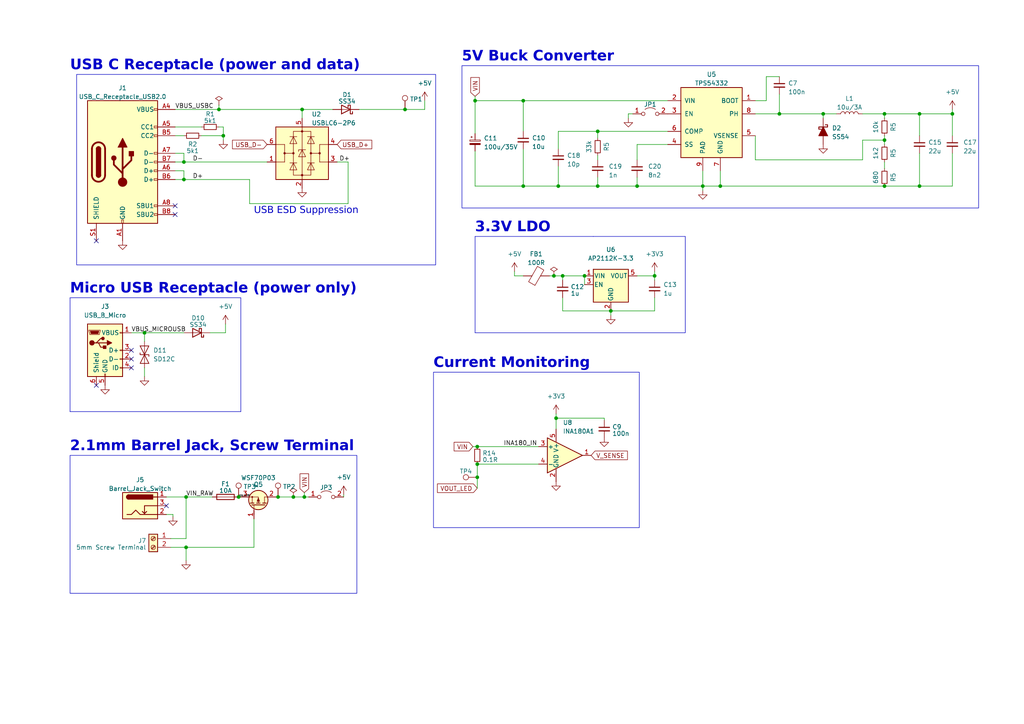
<source format=kicad_sch>
(kicad_sch (version 20230121) (generator eeschema)
  (paper "A4")
  (title_block (title "LuminX PWM") (date "2023-11-17") (rev "1.1") (company "Michael Gross") (comment 1 "General purpose PWM LED Driver Board"))
  (lib_symbols
    (symbol "Amplifier_Current:INA180A1" (pin_names (offset 0.127))
      (property "Reference" "U" (at 3.81 3.81 0))
      (property "Value" "INA180A1" (at 3.81 -2.54 0))
      (symbol "INA180A1_0_1"
        (polyline (pts (xy 5.08 0) (xy -5.08 5.08) (xy -5.08 -5.08) (xy 5.08 0)) (stroke (width 0.254)) (fill (type background)))
      )
      (symbol "INA180A1_1_1"
        (pin output line (at 7.62 0 180) (length 2.54) (name "~") (number "1"))
        (pin power_in line (at -2.54 -7.62 90) (length 3.81) (name "GND") (number "2"))
        (pin input line (at -7.62 2.54 0) (length 2.54) (name "+") (number "3"))
        (pin input line (at -7.62 -2.54 0) (length 2.54) (name "-") (number "4"))
        (pin power_in line (at -2.54 7.62 270) (length 3.81) (name "V+") (number "5"))
      )
    )
    (symbol "Connector:Barrel_Jack_Switch" (pin_names hide)
      (property "Reference" "J" (at 0 5.334 0))
      (property "Value" "Barrel_Jack_Switch" (at 0 -5.08 0))
      (symbol "Barrel_Jack_Switch_0_1"
        (rectangle (start -5.08 3.81) (end 5.08 -3.81) (stroke (width 0.254)) (fill (type background)))
        (arc (start -3.302 3.175) (mid -3.9343 2.54) (end -3.302 1.905) (stroke (width 0.254)))
        (arc (start -3.302 3.175) (mid -3.9343 2.54) (end -3.302 1.905) (stroke (width 0.254)) (fill (type outline)))
        (polyline (pts (xy 1.27 -2.286) (xy 1.905 -1.651)) (stroke (width 0.254)))
        (polyline (pts (xy 5.08 2.54) (xy 3.81 2.54)) (stroke (width 0.254)))
        (polyline (pts (xy 5.08 0) (xy 1.27 0) (xy 1.27 -2.286) (xy 0.635 -1.651)) (stroke (width 0.254)))
        (polyline (pts (xy -3.81 -2.54) (xy -2.54 -2.54) (xy -1.27 -1.27) (xy 0 -2.54) (xy 2.54 -2.54) (xy 5.08 -2.54)) (stroke (width 0.254)))
        (rectangle (start 3.683 3.175) (end -3.302 1.905) (stroke (width 0.254)) (fill (type outline)))
      )
      (symbol "Barrel_Jack_Switch_1_1"
        (pin passive line (at 7.62 2.54 180) (length 2.54) (name "~") (number "1"))
        (pin passive line (at 7.62 -2.54 180) (length 2.54) (name "~") (number "2"))
        (pin passive line (at 7.62 0 180) (length 2.54) (name "~") (number "3"))
      )
    )
    (symbol "Connector:Screw_Terminal_01x02" (pin_names (offset 1.016) hide)
      (property "Reference" "J" (at 0 2.54 0))
      (property "Value" "Screw_Terminal_01x02" (at 0 -5.08 0))
      (symbol "Screw_Terminal_01x02_1_1"
        (rectangle (start -1.27 1.27) (end 1.27 -3.81) (stroke (width 0.254)) (fill (type background)))
        (circle (center 0 -2.54) (radius 0.635) (stroke (width 0.1524)))
        (polyline (pts (xy -0.5334 -2.2098) (xy 0.3302 -3.048)) (stroke (width 0.1524)))
        (polyline (pts (xy -0.5334 0.3302) (xy 0.3302 -0.508)) (stroke (width 0.1524)))
        (polyline (pts (xy -0.3556 -2.032) (xy 0.508 -2.8702)) (stroke (width 0.1524)))
        (polyline (pts (xy -0.3556 0.508) (xy 0.508 -0.3302)) (stroke (width 0.1524)))
        (circle (center 0 0) (radius 0.635) (stroke (width 0.1524)))
        (pin passive line (at -5.08 0 0) (length 3.81) (name "Pin_1") (number "1"))
        (pin passive line (at -5.08 -2.54 0) (length 3.81) (name "Pin_2") (number "2"))
      )
    )
    (symbol "Connector:TestPoint" (pin_numbers hide) (pin_names (offset 0.762) hide)
      (property "Reference" "TP" (at 0 6.858 0))
      (property "Value" "TestPoint" (at 0 5.08 0))
      (symbol "TestPoint_0_1"
        (circle (center 0 3.302) (radius 0.762))
      )
      (symbol "TestPoint_1_1"
        (pin passive line (at 0 0 90) (length 2.54) (name "1") (number "1"))
      )
    )
    (symbol "Connector:USB_B_Micro" (pin_names (offset 1.016))
      (property "Reference" "J" (at -5.08 11.43 0))
      (property "Value" "USB_B_Micro" (at -5.08 8.89 0))
      (symbol "USB_B_Micro_0_1"
        (rectangle (start -5.08 -7.62) (end 5.08 7.62) (stroke (width 0.254)) (fill (type background)))
        (circle (center -3.81 2.159) (radius 0.635) (stroke (width 0.254)) (fill (type outline)))
        (circle (center -0.635 3.429) (radius 0.381) (stroke (width 0.254)) (fill (type outline)))
        (rectangle (start -0.127 -7.62) (end 0.127 -6.858))
        (polyline (pts (xy -1.905 2.159) (xy 0.635 2.159)) (stroke (width 0.254)))
        (polyline (pts (xy -3.175 2.159) (xy -2.54 2.159) (xy -1.27 3.429) (xy -0.635 3.429)) (stroke (width 0.254)))
        (polyline (pts (xy -2.54 2.159) (xy -1.905 2.159) (xy -1.27 0.889) (xy 0 0.889)) (stroke (width 0.254)))
        (polyline (pts (xy 0.635 2.794) (xy 0.635 1.524) (xy 1.905 2.159) (xy 0.635 2.794)) (stroke (width 0.254)) (fill (type outline)))
        (polyline (pts (xy -4.318 5.588) (xy -1.778 5.588) (xy -2.032 4.826) (xy -4.064 4.826) (xy -4.318 5.588)) (fill (type outline)))
        (polyline (pts (xy -4.699 5.842) (xy -4.699 5.588) (xy -4.445 4.826) (xy -4.445 4.572) (xy -1.651 4.572) (xy -1.651 4.826) (xy -1.397 5.588) (xy -1.397 5.842) (xy -4.699 5.842)))
        (rectangle (start 0.254 1.27) (end -0.508 0.508) (stroke (width 0.254)) (fill (type outline)))
        (rectangle (start 5.08 -5.207) (end 4.318 -4.953))
        (rectangle (start 5.08 -2.667) (end 4.318 -2.413))
        (rectangle (start 5.08 -0.127) (end 4.318 0.127))
        (rectangle (start 5.08 4.953) (end 4.318 5.207))
      )
      (symbol "USB_B_Micro_1_1"
        (pin power_out line (at 7.62 5.08 180) (length 2.54) (name "VBUS") (number "1"))
        (pin bidirectional line (at 7.62 -2.54 180) (length 2.54) (name "D-") (number "2"))
        (pin bidirectional line (at 7.62 0 180) (length 2.54) (name "D+") (number "3"))
        (pin passive line (at 7.62 -5.08 180) (length 2.54) (name "ID") (number "4"))
        (pin power_out line (at 0 -10.16 90) (length 2.54) (name "GND") (number "5"))
        (pin passive line (at -2.54 -10.16 90) (length 2.54) (name "Shield") (number "6"))
      )
    )
    (symbol "Connector:USB_C_Receptacle_USB2.0" (pin_names (offset 1.016))
      (property "Reference" "J" (at -10.16 19.05 0))
      (property "Value" "USB_C_Receptacle_USB2.0" (at 19.05 19.05 0))
      (symbol "USB_C_Receptacle_USB2.0_0_0"
        (rectangle (start -0.254 -17.78) (end 0.254 -16.764))
        (rectangle (start 10.16 -14.986) (end 9.144 -15.494))
        (rectangle (start 10.16 -12.446) (end 9.144 -12.954))
        (rectangle (start 10.16 -4.826) (end 9.144 -5.334))
        (rectangle (start 10.16 -2.286) (end 9.144 -2.794))
        (rectangle (start 10.16 0.254) (end 9.144 -0.254))
        (rectangle (start 10.16 2.794) (end 9.144 2.286))
        (rectangle (start 10.16 7.874) (end 9.144 7.366))
        (rectangle (start 10.16 10.414) (end 9.144 9.906))
        (rectangle (start 10.16 15.494) (end 9.144 14.986))
      )
      (symbol "USB_C_Receptacle_USB2.0_0_1"
        (rectangle (start -10.16 17.78) (end 10.16 -17.78) (stroke (width 0.254)) (fill (type background)))
        (arc (start -8.89 -3.81) (mid -6.985 -5.7067) (end -5.08 -3.81) (stroke (width 0.508)))
        (arc (start -7.62 -3.81) (mid -6.985 -4.4423) (end -6.35 -3.81) (stroke (width 0.254)))
        (arc (start -7.62 -3.81) (mid -6.985 -4.4423) (end -6.35 -3.81) (stroke (width 0.254)) (fill (type outline)))
        (rectangle (start -7.62 -3.81) (end -6.35 3.81) (stroke (width 0.254)) (fill (type outline)))
        (arc (start -6.35 3.81) (mid -6.985 4.4423) (end -7.62 3.81) (stroke (width 0.254)))
        (arc (start -6.35 3.81) (mid -6.985 4.4423) (end -7.62 3.81) (stroke (width 0.254)) (fill (type outline)))
        (arc (start -5.08 3.81) (mid -6.985 5.7067) (end -8.89 3.81) (stroke (width 0.508)))
        (circle (center -2.54 1.143) (radius 0.635) (stroke (width 0.254)) (fill (type outline)))
        (circle (center 0 -5.842) (radius 1.27) (fill (type outline)))
        (polyline (pts (xy -8.89 -3.81) (xy -8.89 3.81)) (stroke (width 0.508)))
        (polyline (pts (xy -5.08 3.81) (xy -5.08 -3.81)) (stroke (width 0.508)))
        (polyline (pts (xy 0 -5.842) (xy 0 4.318)) (stroke (width 0.508)))
        (polyline (pts (xy 0 -3.302) (xy -2.54 -0.762) (xy -2.54 0.508)) (stroke (width 0.508)))
        (polyline (pts (xy 0 -2.032) (xy 2.54 0.508) (xy 2.54 1.778)) (stroke (width 0.508)))
        (polyline (pts (xy -1.27 4.318) (xy 0 6.858) (xy 1.27 4.318) (xy -1.27 4.318)) (stroke (width 0.254)) (fill (type outline)))
        (rectangle (start 1.905 1.778) (end 3.175 3.048) (stroke (width 0.254)) (fill (type outline)))
      )
      (symbol "USB_C_Receptacle_USB2.0_1_1"
        (pin passive line (at 0 -22.86 90) (length 5.08) (name "GND") (number "A1"))
        (pin passive line (at 0 -22.86 90) (length 5.08) hide (name "GND") (number "A12"))
        (pin passive line (at 15.24 15.24 180) (length 5.08) (name "VBUS") (number "A4"))
        (pin bidirectional line (at 15.24 10.16 180) (length 5.08) (name "CC1") (number "A5"))
        (pin bidirectional line (at 15.24 -2.54 180) (length 5.08) (name "D+") (number "A6"))
        (pin bidirectional line (at 15.24 2.54 180) (length 5.08) (name "D-") (number "A7"))
        (pin bidirectional line (at 15.24 -12.7 180) (length 5.08) (name "SBU1") (number "A8"))
        (pin passive line (at 15.24 15.24 180) (length 5.08) hide (name "VBUS") (number "A9"))
        (pin passive line (at 0 -22.86 90) (length 5.08) hide (name "GND") (number "B1"))
        (pin passive line (at 0 -22.86 90) (length 5.08) hide (name "GND") (number "B12"))
        (pin passive line (at 15.24 15.24 180) (length 5.08) hide (name "VBUS") (number "B4"))
        (pin bidirectional line (at 15.24 7.62 180) (length 5.08) (name "CC2") (number "B5"))
        (pin bidirectional line (at 15.24 -5.08 180) (length 5.08) (name "D+") (number "B6"))
        (pin bidirectional line (at 15.24 0 180) (length 5.08) (name "D-") (number "B7"))
        (pin bidirectional line (at 15.24 -15.24 180) (length 5.08) (name "SBU2") (number "B8"))
        (pin passive line (at 15.24 15.24 180) (length 5.08) hide (name "VBUS") (number "B9"))
        (pin passive line (at -7.62 -22.86 90) (length 5.08) (name "SHIELD") (number "S1"))
      )
    )
    (symbol "Device:C_Polarized_Small" (pin_numbers hide) (pin_names (offset 0.254) hide)
      (property "Reference" "C" (at 0.254 1.778 0))
      (property "Value" "C_Polarized_Small" (at 0.254 -2.032 0))
      (symbol "C_Polarized_Small_0_1"
        (rectangle (start -1.524 -0.3048) (end 1.524 -0.6858) (fill (type outline)))
        (rectangle (start -1.524 0.6858) (end 1.524 0.3048))
        (polyline (pts (xy -1.27 1.524) (xy -0.762 1.524)))
        (polyline (pts (xy -1.016 1.27) (xy -1.016 1.778)))
      )
      (symbol "C_Polarized_Small_1_1"
        (pin passive line (at 0 2.54 270) (length 1.8542) (name "~") (number "1"))
        (pin passive line (at 0 -2.54 90) (length 1.8542) (name "~") (number "2"))
      )
    )
    (symbol "Device:C_Small" (pin_numbers hide) (pin_names (offset 0.254) hide)
      (property "Reference" "C" (at 0.254 1.778 0))
      (property "Value" "C_Small" (at 0.254 -2.032 0))
      (symbol "C_Small_0_1"
        (polyline (pts (xy -1.524 -0.508) (xy 1.524 -0.508)) (stroke (width 0.3302)))
        (polyline (pts (xy -1.524 0.508) (xy 1.524 0.508)) (stroke (width 0.3048)))
      )
      (symbol "C_Small_1_1"
        (pin passive line (at 0 2.54 270) (length 2.032) (name "~") (number "1"))
        (pin passive line (at 0 -2.54 90) (length 2.032) (name "~") (number "2"))
      )
    )
    (symbol "Device:FerriteBead" (pin_numbers hide) (pin_names (offset 0))
      (property "Reference" "FB" (at -3.81 0.635 90))
      (property "Value" "FerriteBead" (at 3.81 0 90))
      (symbol "FerriteBead_0_1"
        (polyline (pts (xy 0 -1.27) (xy 0 -1.2192)))
        (polyline (pts (xy 0 1.27) (xy 0 1.2954)))
        (polyline (pts (xy -2.7686 0.4064) (xy -1.7018 2.2606) (xy 2.7686 -0.3048) (xy 1.6764 -2.159) (xy -2.7686 0.4064)))
      )
      (symbol "FerriteBead_1_1"
        (pin passive line (at 0 3.81 270) (length 2.54) (name "~") (number "1"))
        (pin passive line (at 0 -3.81 90) (length 2.54) (name "~") (number "2"))
      )
    )
    (symbol "Device:Fuse" (pin_numbers hide) (pin_names (offset 0))
      (property "Reference" "F" (at 2.032 0 90))
      (property "Value" "Fuse" (at -1.905 0 90))
      (symbol "Fuse_0_1"
        (rectangle (start -0.762 -2.54) (end 0.762 2.54) (stroke (width 0.254)))
        (polyline (pts (xy 0 2.54) (xy 0 -2.54)))
      )
      (symbol "Fuse_1_1"
        (pin passive line (at 0 3.81 270) (length 1.27) (name "~") (number "1"))
        (pin passive line (at 0 -3.81 90) (length 1.27) (name "~") (number "2"))
      )
    )
    (symbol "Device:L" (pin_numbers hide) (pin_names (offset 1.016) hide)
      (property "Reference" "L" (at -1.27 0 90))
      (property "Value" "L" (at 1.905 0 90))
      (symbol "L_0_1"
        (arc (start 0 -2.54) (mid 0.6323 -1.905) (end 0 -1.27))
        (arc (start 0 -1.27) (mid 0.6323 -0.635) (end 0 0))
        (arc (start 0 0) (mid 0.6323 0.635) (end 0 1.27))
        (arc (start 0 1.27) (mid 0.6323 1.905) (end 0 2.54))
      )
      (symbol "L_1_1"
        (pin passive line (at 0 3.81 270) (length 1.27) (name "1") (number "1"))
        (pin passive line (at 0 -3.81 90) (length 1.27) (name "2") (number "2"))
      )
    )
    (symbol "Device:R_Small" (pin_numbers hide) (pin_names (offset 0.254) hide)
      (property "Reference" "R" (at 0.762 0.508 0))
      (property "Value" "R_Small" (at 0.762 -1.016 0))
      (symbol "R_Small_0_1"
        (rectangle (start -0.762 1.778) (end 0.762 -1.778) (stroke (width 0.2032)))
      )
      (symbol "R_Small_1_1"
        (pin passive line (at 0 2.54 270) (length 0.762) (name "~") (number "1"))
        (pin passive line (at 0 -2.54 90) (length 0.762) (name "~") (number "2"))
      )
    )
    (symbol "Diode:1N5820" (pin_numbers hide) (pin_names (offset 1.016) hide)
      (property "Reference" "D" (at 0 2.54 0))
      (property "Value" "1N5820" (at 0 -2.54 0))
      (symbol "1N5820_0_1"
        (polyline (pts (xy 1.27 0) (xy -1.27 0)))
        (polyline (pts (xy 1.27 1.27) (xy 1.27 -1.27) (xy -1.27 0) (xy 1.27 1.27)) (stroke (width 0.254)))
        (polyline (pts (xy -1.905 0.635) (xy -1.905 1.27) (xy -1.27 1.27) (xy -1.27 -1.27) (xy -0.635 -1.27) (xy -0.635 -0.635)) (stroke (width 0.254)))
      )
      (symbol "1N5820_1_1"
        (pin passive line (at -3.81 0 0) (length 2.54) (name "K") (number "1"))
        (pin passive line (at 3.81 0 180) (length 2.54) (name "A") (number "2"))
      )
    )
    (symbol "Diode:SD12_SOD323" (pin_numbers hide) (pin_names (offset 1.016) hide)
      (property "Reference" "D" (at 0 2.54 0))
      (property "Value" "SD12_SOD323" (at 0 -2.54 0))
      (symbol "SD12_SOD323_0_1"
        (polyline (pts (xy 1.27 0) (xy -1.27 0)))
        (polyline (pts (xy -2.54 -1.27) (xy 0 0) (xy -2.54 1.27) (xy -2.54 -1.27)) (stroke (width 0.2032)))
        (polyline (pts (xy 0.508 1.27) (xy 0 1.27) (xy 0 -1.27) (xy -0.508 -1.27)) (stroke (width 0.2032)))
        (polyline (pts (xy 2.54 1.27) (xy 2.54 -1.27) (xy 0 0) (xy 2.54 1.27)) (stroke (width 0.2032)))
      )
      (symbol "SD12_SOD323_1_1"
        (pin passive line (at -3.81 0 0) (length 2.54) (name "A1") (number "1"))
        (pin passive line (at 3.81 0 180) (length 2.54) (name "A2") (number "2"))
      )
    )
    (symbol "Jumper:Jumper_2_Open" (pin_names (offset 0) hide)
      (property "Reference" "JP" (at 0 2.794 0))
      (property "Value" "Jumper_2_Open" (at 0 -2.286 0))
      (symbol "Jumper_2_Open_0_0"
        (circle (center -2.032 0) (radius 0.508))
        (circle (center 2.032 0) (radius 0.508))
      )
      (symbol "Jumper_2_Open_0_1"
        (arc (start 1.524 1.27) (mid 0 1.778) (end -1.524 1.27))
      )
      (symbol "Jumper_2_Open_1_1"
        (pin passive line (at -5.08 0 0) (length 2.54) (name "A") (number "1"))
        (pin passive line (at 5.08 0 180) (length 2.54) (name "B") (number "2"))
      )
    )
    (symbol "PCM_4ms_IC:TPS54332" (pin_names (offset 1.016))
      (property "Reference" "U" (at -8.89 11.43 0))
      (property "Value" "TPS54332" (at -3.81 11.43 0))
      (symbol "TPS54332_0_1"
        (rectangle (start -8.89 10.16) (end 8.89 -10.16) (stroke (width 0.254)) (fill (type background)))
        (pin input line (at -12.7 2.54 0) (length 3.81) (name "EN") (number "3"))
        (pin power_in line (at 2.54 -13.97 90) (length 3.81) (name "GND") (number "7"))
      )
      (symbol "TPS54332_1_1"
        (pin passive line (at 12.7 6.35 180) (length 3.81) (name "BOOT") (number "1"))
        (pin power_in line (at -12.7 6.35 0) (length 3.81) (name "VIN") (number "2"))
        (pin passive line (at -12.7 -6.35 0) (length 3.81) (name "SS") (number "4"))
        (pin input line (at 12.7 -3.81 180) (length 3.81) (name "VSENSE") (number "5"))
        (pin passive line (at -12.7 -2.54 0) (length 3.81) (name "COMP") (number "6"))
        (pin passive line (at 12.7 2.54 180) (length 3.81) (name "PH") (number "8"))
        (pin power_in line (at -2.54 -13.97 90) (length 3.81) (name "PAD") (number "9"))
      )
    )
    (symbol "PCM_4ms_Power-symbol:PWR_FLAG" (power) (pin_numbers hide) (pin_names (offset 0) hide)
      (property "Value" "PWR_FLAG" (at 0 3.81 0))
      (symbol "PWR_FLAG_0_0"
        (pin power_out line (at 0 0 90) (length 0) (name "pwr") (number "1"))
      )
      (symbol "PWR_FLAG_0_1"
        (polyline (pts (xy 0 0) (xy 0 1.27) (xy -1.016 1.905) (xy 0 2.54) (xy 1.016 1.905) (xy 0 1.27)))
      )
    )
    (symbol "PCM_Diode_Schottky_AKL:SS54" (pin_numbers hide) (pin_names (offset 1.016) hide)
      (property "Reference" "D" (at 0 5.08 0))
      (property "Value" "SS54" (at 0 2.54 0))
      (symbol "SS54_0_1"
        (polyline (pts (xy -1.27 0) (xy 1.27 0)))
        (polyline (pts (xy -1.27 -1.27) (xy -1.27 1.27) (xy 1.27 0) (xy -1.27 -1.27)) (stroke (width 0.254)) (fill (type outline)))
        (polyline (pts (xy 1.905 -0.635) (xy 1.905 -1.27) (xy 1.27 -1.27) (xy 1.27 1.27) (xy 0.635 1.27) (xy 0.635 0.635)) (stroke (width 0.254)))
      )
      (symbol "SS54_1_1"
        (pin passive line (at 3.81 0 180) (length 2.54) (name "K") (number "1"))
        (pin passive line (at -3.81 0 0) (length 2.54) (name "A") (number "2"))
      )
    )
    (symbol "PCM_Transistor_MOSFET_AKL:IRF5305" (pin_names hide)
      (property "Reference" "Q" (at 5.08 1.27 0))
      (property "Value" "IRF5305" (at 5.08 -1.27 0))
      (symbol "IRF5305_0_1"
        (polyline (pts (xy 0.254 -1.905) (xy 0.254 1.905)) (stroke (width 0.254)))
        (polyline (pts (xy 0.254 1.27) (xy -2.54 1.27)))
        (polyline (pts (xy 0.762 -2.286) (xy 0.762 -1.27)) (stroke (width 0.254)))
        (polyline (pts (xy 0.762 -1.778) (xy 2.54 -1.778)))
        (polyline (pts (xy 0.762 -0.508) (xy 0.762 0.508)) (stroke (width 0.254)))
        (polyline (pts (xy 0.762 1.27) (xy 0.762 2.286)) (stroke (width 0.254)))
        (polyline (pts (xy 0.762 1.778) (xy 2.54 1.778)))
        (polyline (pts (xy 2.54 -2.54) (xy 2.54 -1.778)))
        (polyline (pts (xy 2.54 2.54) (xy 2.54 0) (xy 0.762 0)))
        (polyline (pts (xy 2.286 0) (xy 1.27 -0.381) (xy 1.27 0.381) (xy 2.286 0)) (fill (type outline)))
      )
      (symbol "IRF5305_1_1"
        (circle (center 1.651 0) (radius 2.794) (stroke (width 0.254)) (fill (type background)))
        (circle (center 2.54 1.778) (radius 0.1778) (fill (type outline)))
        (pin input line (at -3.81 1.27 0) (length 2.54) (name "G") (number "1"))
        (pin passive line (at 2.54 -5.08 90) (length 2.54) (name "D") (number "2"))
        (pin passive line (at 2.54 5.08 270) (length 2.54) (name "S") (number "3"))
      )
    )
    (symbol "Power_Protection:USBLC6-2P6" (pin_names hide)
      (property "Reference" "U" (at 2.54 8.89 0))
      (property "Value" "USBLC6-2P6" (at 2.54 -8.89 0))
      (symbol "USBLC6-2P6_0_1"
        (rectangle (start -7.62 -7.62) (end 7.62 7.62) (stroke (width 0.254)) (fill (type background)))
        (circle (center -5.08 0) (radius 0.254) (fill (type outline)))
        (circle (center -2.54 0) (radius 0.254) (fill (type outline)))
        (rectangle (start -2.54 6.35) (end 2.54 -6.35))
        (circle (center 0 -6.35) (radius 0.254) (fill (type outline)))
        (polyline (pts (xy -5.08 -2.54) (xy -7.62 -2.54)))
        (polyline (pts (xy -5.08 0) (xy -5.08 -2.54)))
        (polyline (pts (xy -5.08 2.54) (xy -7.62 2.54)))
        (polyline (pts (xy -1.524 -2.794) (xy -3.556 -2.794)))
        (polyline (pts (xy -1.524 4.826) (xy -3.556 4.826)))
        (polyline (pts (xy 0 -7.62) (xy 0 -6.35)))
        (polyline (pts (xy 0 -6.35) (xy 0 1.27)))
        (polyline (pts (xy 0 1.27) (xy 0 6.35)))
        (polyline (pts (xy 0 6.35) (xy 0 7.62)))
        (polyline (pts (xy 1.524 -2.794) (xy 3.556 -2.794)))
        (polyline (pts (xy 1.524 4.826) (xy 3.556 4.826)))
        (polyline (pts (xy 5.08 -2.54) (xy 7.62 -2.54)))
        (polyline (pts (xy 5.08 0) (xy 5.08 -2.54)))
        (polyline (pts (xy 5.08 2.54) (xy 7.62 2.54)))
        (polyline (pts (xy -2.54 0) (xy -5.08 0) (xy -5.08 2.54)))
        (polyline (pts (xy 2.54 0) (xy 5.08 0) (xy 5.08 2.54)))
        (polyline (pts (xy -3.556 -4.826) (xy -1.524 -4.826) (xy -2.54 -2.794) (xy -3.556 -4.826)))
        (polyline (pts (xy -3.556 2.794) (xy -1.524 2.794) (xy -2.54 4.826) (xy -3.556 2.794)))
        (polyline (pts (xy -1.016 -1.016) (xy 1.016 -1.016) (xy 0 1.016) (xy -1.016 -1.016)))
        (polyline (pts (xy 1.016 1.016) (xy 0.762 1.016) (xy -1.016 1.016) (xy -1.016 0.508)))
        (polyline (pts (xy 3.556 -4.826) (xy 1.524 -4.826) (xy 2.54 -2.794) (xy 3.556 -4.826)))
        (polyline (pts (xy 3.556 2.794) (xy 1.524 2.794) (xy 2.54 4.826) (xy 3.556 2.794)))
        (circle (center 0 6.35) (radius 0.254) (fill (type outline)))
        (circle (center 2.54 0) (radius 0.254) (fill (type outline)))
        (circle (center 5.08 0) (radius 0.254) (fill (type outline)))
      )
      (symbol "USBLC6-2P6_1_1"
        (pin passive line (at -10.16 -2.54 0) (length 2.54) (name "I/O1") (number "1"))
        (pin passive line (at 0 -10.16 90) (length 2.54) (name "GND") (number "2"))
        (pin passive line (at 10.16 -2.54 180) (length 2.54) (name "I/O2") (number "3"))
        (pin passive line (at 10.16 2.54 180) (length 2.54) (name "I/O2") (number "4"))
        (pin passive line (at 0 10.16 270) (length 2.54) (name "VBUS") (number "5"))
        (pin passive line (at -10.16 2.54 0) (length 2.54) (name "I/O1") (number "6"))
      )
    )
    (symbol "Regulator_Linear:AP2112K-3.3" (pin_names (offset 0.254))
      (property "Reference" "U" (at -5.08 5.715 0))
      (property "Value" "AP2112K-3.3" (at 0 5.715 0))
      (symbol "AP2112K-3.3_0_1"
        (rectangle (start -5.08 4.445) (end 5.08 -5.08) (stroke (width 0.254)) (fill (type background)))
      )
      (symbol "AP2112K-3.3_1_1"
        (pin power_in line (at -7.62 2.54 0) (length 2.54) (name "VIN") (number "1"))
        (pin power_in line (at 0 -7.62 90) (length 2.54) (name "GND") (number "2"))
        (pin input line (at -7.62 0 0) (length 2.54) (name "EN") (number "3"))
        (pin no_connect line (at 5.08 0 180) (length 2.54) hide (name "NC") (number "4"))
        (pin power_out line (at 7.62 2.54 180) (length 2.54) (name "VOUT") (number "5"))
      )
    )
    (symbol "power:+3V3" (power) (pin_names (offset 0))
      (property "Value" "+3V3" (at 0 3.556 0))
      (symbol "+3V3_0_1"
        (polyline (pts (xy -0.762 1.27) (xy 0 2.54)))
        (polyline (pts (xy 0 0) (xy 0 2.54)))
        (polyline (pts (xy 0 2.54) (xy 0.762 1.27)))
      )
      (symbol "+3V3_1_1"
        (pin power_in line (at 0 0 90) (length 0) hide (name "+3V3") (number "1"))
      )
    )
    (symbol "power:+5V" (power) (pin_names (offset 0))
      (property "Value" "+5V" (at 0 3.556 0))
      (symbol "+5V_0_1"
        (polyline (pts (xy -0.762 1.27) (xy 0 2.54)))
        (polyline (pts (xy 0 0) (xy 0 2.54)))
        (polyline (pts (xy 0 2.54) (xy 0.762 1.27)))
      )
      (symbol "+5V_1_1"
        (pin power_in line (at 0 0 90) (length 0) hide (name "+5V") (number "1"))
      )
    )
    (symbol "power:GND" (power) (pin_names (offset 0))
      (property "Value" "GND" (at 0 -3.81 0))
      (symbol "GND_0_1"
        (polyline (pts (xy 0 0) (xy 0 -1.27) (xy 1.27 -1.27) (xy 0 -2.54) (xy -1.27 -1.27) (xy 0 -1.27)))
      )
      (symbol "GND_1_1"
        (pin power_in line (at 0 0 270) (length 0) hide (name "GND") (number "1"))
      )
    )
  )
  (junction (at 80.645 144.145))
  (junction (at 169.545 80.01))
  (junction (at 189.865 80.01))
  (junction (at 256.54 40.64))
  (junction (at 173.355 38.1))
  (junction (at 161.29 121.285))
  (junction (at 53.975 158.75))
  (junction (at 137.795 29.21))
  (junction (at 161.925 53.975))
  (junction (at 151.765 29.21))
  (junction (at 266.7 33.02))
  (junction (at 117.475 31.75))
  (junction (at 53.34 46.99))
  (junction (at 177.165 90.17))
  (junction (at 41.91 96.52))
  (junction (at 256.54 33.02))
  (junction (at 151.765 53.975))
  (junction (at 87.63 31.75))
  (junction (at 208.915 53.975))
  (junction (at 203.835 53.975))
  (junction (at 138.43 134.62))
  (junction (at 64.77 39.37))
  (junction (at 53.34 52.07))
  (junction (at 160.655 80.01))
  (junction (at 266.7 53.975))
  (junction (at 276.225 33.02))
  (junction (at 238.76 33.02))
  (junction (at 173.355 53.975))
  (junction (at 138.43 138.43))
  (junction (at 88.265 144.145))
  (junction (at 63.5 31.75))
  (junction (at 184.785 53.975))
  (junction (at 85.09 144.145))
  (junction (at 256.54 53.975))
  (junction (at 138.43 129.54))
  (junction (at 163.195 80.01))
  (junction (at 53.975 144.145))
  (junction (at 226.06 33.02))
  (junction (at 69.215 144.145))
  (no_connect (at 38.1 101.6))
  (no_connect (at 27.94 111.76))
  (no_connect (at 48.26 146.685))
  (no_connect (at 27.94 69.85))
  (no_connect (at 38.1 106.68))
  (no_connect (at 50.8 59.69))
  (no_connect (at 50.8 62.23))
  (no_connect (at 38.1 104.14))
  (wire (pts (xy 183.515 33.02) (xy 182.245 33.02)))
  (polyline (pts (xy 137.795 68.58) (xy 172.085 68.58)))
  (wire (pts (xy 161.29 121.285) (xy 161.29 124.46)))
  (wire (pts (xy 138.43 129.54) (xy 156.21 129.54)))
  (wire (pts (xy 41.91 96.52) (xy 41.91 99.06)))
  (wire (pts (xy 266.7 33.02) (xy 256.54 33.02)))
  (wire (pts (xy 53.975 158.75) (xy 73.66 158.75)))
  (polyline (pts (xy 69.85 86.36) (xy 69.85 119.38)))
  (wire (pts (xy 138.43 138.43) (xy 138.43 141.605)))
  (wire (pts (xy 138.43 134.62) (xy 156.21 134.62)))
  (wire (pts (xy 161.925 48.26) (xy 161.925 53.975)))
  (wire (pts (xy 266.7 39.37) (xy 266.7 33.02)))
  (wire (pts (xy 175.26 121.285) (xy 175.26 121.92)))
  (wire (pts (xy 88.265 142.875) (xy 88.265 144.145)))
  (polyline (pts (xy 198.755 96.52) (xy 137.795 96.52)))
  (wire (pts (xy 64.77 36.83) (xy 64.77 39.37)))
  (wire (pts (xy 238.76 34.29) (xy 238.76 33.02)))
  (wire (pts (xy 149.225 80.01) (xy 151.765 80.01)))
  (wire (pts (xy 161.925 43.18) (xy 161.925 38.1)))
  (wire (pts (xy 184.785 51.435) (xy 184.785 53.975)))
  (wire (pts (xy 63.5 36.83) (xy 64.77 36.83)))
  (wire (pts (xy 69.215 144.145) (xy 69.85 144.145)))
  (wire (pts (xy 256.54 39.37) (xy 256.54 40.64)))
  (wire (pts (xy 276.225 33.02) (xy 266.7 33.02)))
  (wire (pts (xy 151.765 29.21) (xy 193.675 29.21)))
  (wire (pts (xy 182.245 33.02) (xy 182.245 34.29)))
  (wire (pts (xy 53.975 144.145) (xy 61.595 144.145)))
  (wire (pts (xy 137.795 38.735) (xy 137.795 29.21)))
  (wire (pts (xy 63.5 30.48) (xy 63.5 31.75)))
  (wire (pts (xy 256.54 33.02) (xy 256.54 34.29)))
  (wire (pts (xy 177.165 90.17) (xy 163.195 90.17)))
  (wire (pts (xy 276.225 44.45) (xy 276.225 53.975)))
  (wire (pts (xy 250.19 33.02) (xy 256.54 33.02)))
  (wire (pts (xy 208.915 49.53) (xy 208.915 53.975)))
  (wire (pts (xy 99.695 144.145) (xy 99.695 143.51)))
  (wire (pts (xy 203.835 53.975) (xy 203.835 55.245)))
  (wire (pts (xy 65.405 96.52) (xy 65.405 93.98)))
  (wire (pts (xy 60.96 96.52) (xy 65.405 96.52)))
  (wire (pts (xy 208.915 53.975) (xy 203.835 53.975)))
  (wire (pts (xy 276.225 39.37) (xy 276.225 33.02)))
  (wire (pts (xy 250.19 46.355) (xy 250.19 40.64)))
  (wire (pts (xy 64.77 39.37) (xy 64.77 40.64)))
  (wire (pts (xy 266.7 44.45) (xy 266.7 53.975)))
  (wire (pts (xy 203.835 49.53) (xy 203.835 53.975)))
  (wire (pts (xy 50.8 39.37) (xy 53.34 39.37)))
  (wire (pts (xy 189.865 78.74) (xy 189.865 80.01)))
  (wire (pts (xy 222.25 29.21) (xy 222.25 22.225)))
  (wire (pts (xy 163.195 80.01) (xy 169.545 80.01)))
  (wire (pts (xy 266.7 53.975) (xy 256.54 53.975)))
  (wire (pts (xy 169.545 80.01) (xy 169.545 82.55)))
  (wire (pts (xy 173.355 53.975) (xy 184.785 53.975)))
  (wire (pts (xy 151.765 29.21) (xy 151.765 38.1)))
  (wire (pts (xy 193.675 41.91) (xy 184.785 41.91)))
  (wire (pts (xy 189.865 90.17) (xy 189.865 86.36)))
  (polyline (pts (xy 20.32 86.36) (xy 20.32 119.38)))
  (wire (pts (xy 100.965 59.055) (xy 100.965 46.99)))
  (wire (pts (xy 123.19 31.75) (xy 123.19 29.21)))
  (wire (pts (xy 219.075 29.21) (xy 222.25 29.21)))
  (wire (pts (xy 53.34 44.45) (xy 53.34 46.99)))
  (wire (pts (xy 53.34 49.53) (xy 53.34 52.07)))
  (wire (pts (xy 177.165 90.17) (xy 177.165 91.44)))
  (wire (pts (xy 173.355 45.085) (xy 173.355 46.355)))
  (wire (pts (xy 189.865 80.01) (xy 189.865 81.28)))
  (wire (pts (xy 151.765 53.975) (xy 161.925 53.975)))
  (wire (pts (xy 100.965 46.99) (xy 97.79 46.99)))
  (wire (pts (xy 50.8 49.53) (xy 53.34 49.53)))
  (wire (pts (xy 238.76 33.02) (xy 226.06 33.02)))
  (wire (pts (xy 138.43 138.43) (xy 138.43 134.62)))
  (polyline (pts (xy 20.32 86.36) (xy 69.85 86.36)))
  (wire (pts (xy 38.1 96.52) (xy 41.91 96.52)))
  (wire (pts (xy 151.765 43.18) (xy 151.765 53.975)))
  (wire (pts (xy 53.975 158.75) (xy 53.975 162.56)))
  (wire (pts (xy 219.075 39.37) (xy 219.075 46.355)))
  (polyline (pts (xy 69.85 119.38) (xy 20.32 119.38)))
  (wire (pts (xy 184.785 41.91) (xy 184.785 46.355)))
  (wire (pts (xy 160.655 80.01) (xy 163.195 80.01)))
  (wire (pts (xy 53.975 144.145) (xy 53.975 156.21)))
  (wire (pts (xy 173.355 51.435) (xy 173.355 53.975)))
  (wire (pts (xy 149.225 78.74) (xy 149.225 80.01)))
  (wire (pts (xy 73.66 150.495) (xy 73.66 158.75)))
  (wire (pts (xy 137.16 129.54) (xy 138.43 129.54)))
  (wire (pts (xy 49.53 156.21) (xy 53.975 156.21)))
  (polyline (pts (xy 137.795 96.52) (xy 137.795 68.58)))
  (wire (pts (xy 256.54 53.975) (xy 208.915 53.975)))
  (wire (pts (xy 53.34 52.07) (xy 50.8 52.07)))
  (wire (pts (xy 184.785 53.975) (xy 203.835 53.975)))
  (wire (pts (xy 250.19 40.64) (xy 256.54 40.64)))
  (wire (pts (xy 96.52 31.75) (xy 87.63 31.75)))
  (wire (pts (xy 88.265 144.145) (xy 89.535 144.145)))
  (wire (pts (xy 137.795 53.975) (xy 151.765 53.975)))
  (wire (pts (xy 72.39 52.07) (xy 72.39 59.055)))
  (wire (pts (xy 238.76 33.02) (xy 242.57 33.02)))
  (polyline (pts (xy 172.085 68.58) (xy 198.755 68.58)))
  (wire (pts (xy 177.165 90.17) (xy 189.865 90.17)))
  (wire (pts (xy 161.925 38.1) (xy 173.355 38.1)))
  (wire (pts (xy 161.29 121.285) (xy 161.29 120.015)))
  (wire (pts (xy 48.26 144.145) (xy 53.975 144.145)))
  (wire (pts (xy 72.39 59.055) (xy 100.965 59.055)))
  (wire (pts (xy 50.8 44.45) (xy 53.34 44.45)))
  (wire (pts (xy 53.34 46.99) (xy 77.47 46.99)))
  (wire (pts (xy 159.385 80.01) (xy 160.655 80.01)))
  (wire (pts (xy 256.54 40.64) (xy 256.54 41.91)))
  (wire (pts (xy 137.795 43.815) (xy 137.795 53.975)))
  (wire (pts (xy 219.075 46.355) (xy 250.19 46.355)))
  (wire (pts (xy 53.34 52.07) (xy 72.39 52.07)))
  (wire (pts (xy 163.195 86.36) (xy 163.195 90.17)))
  (wire (pts (xy 226.06 27.305) (xy 226.06 33.02)))
  (wire (pts (xy 85.09 144.145) (xy 80.645 144.145)))
  (wire (pts (xy 50.8 36.83) (xy 58.42 36.83)))
  (wire (pts (xy 53.34 46.99) (xy 50.8 46.99)))
  (wire (pts (xy 50.8 31.75) (xy 63.5 31.75)))
  (wire (pts (xy 85.09 144.145) (xy 88.265 144.145)))
  (wire (pts (xy 137.795 29.21) (xy 151.765 29.21)))
  (wire (pts (xy 256.54 46.99) (xy 256.54 48.895)))
  (wire (pts (xy 58.42 39.37) (xy 64.77 39.37)))
  (wire (pts (xy 41.91 96.52) (xy 53.34 96.52)))
  (wire (pts (xy 163.195 80.01) (xy 163.195 81.28)))
  (wire (pts (xy 222.25 22.225) (xy 226.06 22.225)))
  (wire (pts (xy 184.785 80.01) (xy 189.865 80.01)))
  (wire (pts (xy 41.91 106.68) (xy 41.91 109.22)))
  (wire (pts (xy 276.225 53.975) (xy 266.7 53.975)))
  (polyline (pts (xy 198.755 68.58) (xy 198.755 96.52)))
  (wire (pts (xy 226.06 33.02) (xy 219.075 33.02)))
  (wire (pts (xy 87.63 31.75) (xy 87.63 34.29)))
  (wire (pts (xy 50.165 149.225) (xy 50.165 149.86)))
  (wire (pts (xy 161.925 53.975) (xy 173.355 53.975)))
  (wire (pts (xy 117.475 31.75) (xy 123.19 31.75)))
  (wire (pts (xy 193.675 38.1) (xy 173.355 38.1)))
  (wire (pts (xy 50.165 149.225) (xy 48.26 149.225)))
  (wire (pts (xy 137.795 27.94) (xy 137.795 29.21)))
  (wire (pts (xy 161.29 121.285) (xy 175.26 121.285)))
  (wire (pts (xy 276.225 31.75) (xy 276.225 33.02)))
  (wire (pts (xy 173.355 38.1) (xy 173.355 40.005)))
  (wire (pts (xy 87.63 31.75) (xy 63.5 31.75)))
  (wire (pts (xy 80.645 144.145) (xy 80.01 144.145)))
  (wire (pts (xy 104.14 31.75) (xy 117.475 31.75)))
  (wire (pts (xy 49.53 158.75) (xy 53.975 158.75)))
  (rectangle (start 20.32 132.08) (end 103.505 172.085))
  (rectangle (start 125.73 107.95) (end 185.42 153.035))
  (rectangle (start 133.985 19.05) (end 283.845 60.325))
  (rectangle (start 22.225 21.59) (end 126.365 76.835))
  (text "3.3V LDO" (at 137.795 68.58 0) (effects (font (size 3 3) (thickness 0.6) bold) (justify left bottom)))
  (text "Current Monitoring" (at 125.73 107.95 0) (effects (font (size 3 3) (thickness 0.6) bold) (justify left bottom)))
  (text "USB ESD Suppression" (at 73.66 62.865 0) (effects (font (size 2 2)) (justify left bottom)))
  (text "Micro USB Receptacle (power only)" (at 20.32 86.36 0) (effects (font (size 3 3) (thickness 0.6) bold) (justify left bottom)))
  (text "5V Buck Converter" (at 133.985 19.05 0) (effects (font (size 3 3) (thickness 0.6) bold) (justify left bottom)))
  (text "USB C Receptacle (power and data)" (at 20.32 21.59 0) (effects (font (size 3 3) (thickness 0.6) bold) (justify left bottom)))
  (text "2.1mm Barrel Jack, Screw Terminal" (at 20.32 132.08 0) (effects (font (size 3 3) (thickness 0.6) bold) (justify left bottom)))
  (label "VBUS_MICROUSB" (at 38.1 96.52 0))
  (label "VBUS_USBC" (at 50.8 31.75 0))
  (label "D+" (at 55.88 52.07 0) (property "Intersheetrefs" "${INTERSHEET_REFS}" (effects hide)))
  (label "VIN_RPP" (at 69.215 144.145 0) (effects (font (size 0.5 0.5))))
  (label "D+" (at 98.425 46.99 0) (property "Intersheetrefs" "${INTERSHEET_REFS}" (effects hide)))
  (label "INA180_IN" (at 146.05 129.54 0))
  (label "D-" (at 55.88 46.99 0) (property "Intersheetrefs" "${INTERSHEET_REFS}" (effects hide)))
  (label "VIN_RAW" (at 53.975 144.145 0))
  (global_label "VIN" (shape input) (at 88.265 142.875 90) (property "Intersheetrefs" "${INTERSHEET_REFS}" (effects hide)))
  (global_label "VIN" (shape input) (at 137.795 27.94 90) (property "Intersheetrefs" "${INTERSHEET_REFS}" (effects hide)))
  (global_label "VIN" (shape input) (at 137.16 129.54 180) (property "Intersheetrefs" "${INTERSHEET_REFS}" (effects hide)))
  (global_label "USB_D-" (shape input) (at 77.47 41.91 180) (property "Intersheetrefs" "${INTERSHEET_REFS}" (effects hide)))
  (global_label "V_SENSE" (shape input) (at 171.45 132.08 0) (property "Intersheetrefs" "${INTERSHEET_REFS}" (effects hide)))
  (global_label "USB_D+" (shape input) (at 97.79 41.91 0) (property "Intersheetrefs" "${INTERSHEET_REFS}" (effects hide)))
  (global_label "VOUT_LED" (shape input) (at 138.43 141.605 180) (property "Intersheetrefs" "${INTERSHEET_REFS}" (effects hide)))
  (symbol (lib_id "Connector:Barrel_Jack_Switch") (at 40.64 146.685 0) (unit 1)
    (property "Reference" "J5" (at 40.64 139.1752 0))
    (property "Value" "Barrel_Jack_Switch" (at 40.64 141.7121 0))
    (property "Footprint" "Connector_BarrelJack:BarrelJack_Horizontal" (effects hide))
  )
  (symbol (lib_id "Device:R_Small") (at 256.54 51.435 180) (unit 1)
    (property "Reference" "R5" (at 259.08 51.435 90))
    (property "Value" "680" (at 254 51.435 90))
    (property "Footprint" "Resistor_SMD:R_0603_1608Metric" (effects hide))
    (instances (project "LuminX PWM" (path "" (reference "R5") (unit 1)) (path "" (reference "R36") (unit 1))))
  )
  (symbol (lib_id "PCM_4ms_IC:TPS54332") (at 206.375 35.56 0) (unit 1)
    (property "Reference" "U5" (at 206.375 21.59 0))
    (property "Value" "TPS54332" (at 206.375 24.13 0))
    (property "Footprint" "Package_SO:SOIC-8_3.9x4.9mm_P1.27mm" (effects hide))
    (property "Specifications" "TPS54332, DC/DC Converter 1MHz, 28VinMax 3.5A" (effects hide))
    (property "Manufacturer" "Texas Instruments" (effects hide))
    (property "Part Number" "TPS54332DDAR" (effects hide))
  )
  (symbol (lib_id "power:GND") (at 41.91 109.22 0) (unit 1)
    (property "Reference" "#PWR0109" (effects hide))
    (property "Value" "GND" (effects hide))
  )
  (symbol (lib_id "power:GND") (at 30.48 111.76 0) (unit 1)
    (property "Reference" "#PWR0110" (effects hide))
    (property "Value" "GND" (effects hide))
  )
  (symbol (lib_id "Connector:USB_B_Micro") (at 30.48 101.6 0) (unit 1)
    (property "Reference" "J3" (at 30.48 88.9 0))
    (property "Value" "USB_B_Micro" (at 30.48 91.44 0))
    (property "Footprint" "Connector_USB:USB_Micro-B_Molex-105017-0001" (effects hide))
  )
  (symbol (lib_id "PCM_Transistor_MOSFET_AKL:IRF5305") (at 74.93 146.685 90) (unit 1)
    (property "Reference" "Q5" (at 74.93 140.5175 90))
    (property "Value" "WSF70P03" (at 74.93 138.5965 90))
    (property "Footprint" "Package_TO_SOT_SMD:TO-252-2" (effects hide))
    (property "Datasheet" "https://www.tme.eu/Document/8f17730b909dd381fcbfd8f5c581813f/irf5305.pdf" (effects hide))
  )
  (symbol (lib_id "Jumper:Jumper_2_Open") (at 188.595 33.02 0) (unit 1)
    (property "Reference" "JP1" (at 188.595 30.2801 0))
    (property "Value" "Jumper_2_Open" (effects hide))
    (property "Footprint" "Connector_PinHeader_2.54mm:PinHeader_1x02_P2.54mm_Vertical" (effects hide))
  )
  (symbol (lib_id "power:GND") (at 35.56 69.85 0) (unit 1)
    (property "Reference" "#PWR0101" (effects hide))
    (property "Value" "GND" (effects hide))
  )
  (symbol (lib_id "power:+5V") (at 123.19 29.21 0) (unit 1)
    (property "Reference" "#PWR05" (effects hide))
    (property "Value" "+5V" (at 123.19 24.13 0))
  )
  (symbol (lib_id "Device:R_Small") (at 138.43 132.08 0) (unit 1)
    (property "Reference" "R14" (at 139.9286 131.4363 0) (effects (justify left)))
    (property "Value" "0.1R" (at 139.9286 133.3573 0) (effects (justify left)))
    (property "Footprint" "Resistor_SMD:R_1206_3216Metric" (effects hide))
  )
  (symbol (lib_id "power:+5V") (at 65.405 93.98 0) (unit 1)
    (property "Reference" "#PWR050" (effects hide))
    (property "Value" "+5V" (at 65.405 88.9 0))
  )
  (symbol (lib_id "Device:R_Small") (at 256.54 36.83 180) (unit 1)
    (property "Reference" "R5" (at 259.08 36.83 90))
    (property "Value" "10k" (at 254 36.83 90))
    (property "Footprint" "Resistor_SMD:R_0603_1608Metric" (effects hide))
    (instances (project "LuminX PWM" (path "" (reference "R5") (unit 1)) (path "" (reference "R33") (unit 1))))
  )
  (symbol (lib_id "PCM_Diode_Schottky_AKL:SS54") (at 238.76 38.1 90) (unit 1)
    (property "Reference" "D2" (at 241.3 37.1475 90) (effects (justify right)))
    (property "Value" "SS54" (at 241.3 39.6875 90) (effects (justify right)))
    (property "Footprint" "Diode_SMD:D_SMA" (effects hide))
    (property "Datasheet" "https://www.laro.com.pl/pdf/ss56.pdf" (effects hide))
  )
  (symbol (lib_id "Connector:Screw_Terminal_01x02") (at 44.45 156.21 0) (mirror y) (unit 1)
    (property "Reference" "J7" (at 42.418 156.8363 0) (effects (justify left)))
    (property "Value" "5mm Screw Terminal" (at 42.418 158.7573 0) (effects (justify left)))
    (property "Footprint" "TerminalBlock_Phoenix:TerminalBlock_Phoenix_MKDS-1,5-2_1x02_P5.00mm_Horizontal" (effects hide))
    (instances (project "LuminX PWM" (path "" (reference "J7") (unit 1)) (path "" (reference "J2") (unit 1))))
  )
  (symbol (lib_id "PCM_4ms_Power-symbol:PWR_FLAG") (at 85.09 144.145 0) (unit 1)
    (property "Reference" "#FLG02" (effects hide))
    (property "Value" "PWR_FLAG" (effects hide))
  )
  (symbol (lib_id "Device:R_Small") (at 55.88 39.37 90) (unit 1)
    (property "Reference" "R2" (at 55.88 41.8291 90))
    (property "Value" "5k1" (at 55.88 43.7501 90))
    (property "Footprint" "Resistor_SMD:R_0603_1608Metric" (effects hide))
  )
  (symbol (lib_id "Power_Protection:USBLC6-2P6") (at 87.63 44.45 0) (unit 1)
    (property "Reference" "U2" (at 90.3987 33.1302 0) (effects (justify left)))
    (property "Value" "USBLC6-2P6" (at 90.3987 35.6671 0) (effects (justify left)))
    (property "Footprint" "Package_TO_SOT_SMD:SOT-666" (effects hide))
    (property "Datasheet" "https://www.st.com/resource/en/datasheet/usblc6-2.pdf" (effects hide))
  )
  (symbol (lib_id "Device:C_Small") (at 266.7 41.91 0) (unit 1)
    (property "Reference" "C15" (at 269.24 41.2813 0) (effects (justify left)))
    (property "Value" "22u" (at 269.24 43.8213 0) (effects (justify left)))
    (property "Footprint" "Capacitor_SMD:C_1206_3216Metric" (effects hide))
  )
  (symbol (lib_id "power:GND") (at 64.77 40.64 0) (unit 1)
    (property "Reference" "#PWR0102" (effects hide))
    (property "Value" "GND" (effects hide))
  )
  (symbol (lib_id "Connector:TestPoint") (at 69.215 144.145 0) (unit 1)
    (property "Reference" "TP3" (at 70.612 141.1598 0) (effects (justify left)))
    (property "Value" "TestPoint" (effects hide))
    (property "Footprint" "TestPoint:TestPoint_Pad_D1.5mm" (effects hide))
  )
  (symbol (lib_id "Device:C_Small") (at 175.26 124.46 0) (unit 1)
    (property "Reference" "C9" (at 177.5841 123.8226 0) (effects (justify left)))
    (property "Value" "100n" (at 177.5841 125.7436 0) (effects (justify left)))
    (property "Footprint" "Capacitor_SMD:C_0603_1608Metric" (effects hide))
  )
  (symbol (lib_id "Regulator_Linear:AP2112K-3.3") (at 177.165 82.55 0) (unit 1)
    (property "Reference" "U6" (at 177.165 72.39 0))
    (property "Value" "AP2112K-3.3" (at 177.165 74.93 0))
    (property "Footprint" "Package_TO_SOT_SMD:SOT-23-5" (effects hide))
    (property "Datasheet" "https://www.diodes.com/assets/Datasheets/AP2112.pdf" (effects hide))
  )
  (symbol (lib_id "power:+5V") (at 276.225 31.75 0) (unit 1)
    (property "Reference" "#PWR04" (effects hide))
    (property "Value" "+5V" (at 276.225 26.67 0))
    (instances (project "LuminX PWM" (path "" (reference "#PWR04") (unit 1)) (path "" (reference "#PWR046") (unit 1))))
  )
  (symbol (lib_id "power:GND") (at 177.165 91.44 0) (unit 1)
    (property "Reference" "#PWR0117" (effects hide))
    (property "Value" "GND" (effects hide))
  )
  (symbol (lib_id "Device:C_Small") (at 163.195 83.82 0) (unit 1)
    (property "Reference" "C12" (at 165.5191 83.1826 0) (effects (justify left)))
    (property "Value" "1u" (at 165.5191 85.1036 0) (effects (justify left)))
    (property "Footprint" "Capacitor_SMD:C_0603_1608Metric" (effects hide))
  )
  (symbol (lib_id "power:GND") (at 50.165 149.86 0) (mirror y) (unit 1)
    (property "Reference" "#PWR01" (effects hide))
    (property "Value" "GND" (effects hide))
  )
  (symbol (lib_id "Device:Fuse") (at 65.405 144.145 90) (unit 1)
    (property "Reference" "F1" (at 65.405 140.3731 90))
    (property "Value" "10A" (at 65.405 142.2941 90))
    (property "Footprint" "Fuse:Fuseholder_Blade_Mini_Keystone_3568" (effects hide))
  )
  (symbol (lib_id "Device:C_Small") (at 161.925 45.72 0) (unit 1)
    (property "Reference" "C18" (at 164.465 45.0913 0) (effects (justify left)))
    (property "Value" "10p" (at 164.465 47.6313 0) (effects (justify left)))
    (property "Footprint" "Capacitor_SMD:C_0603_1608Metric" (effects hide))
  )
  (symbol (lib_id "PCM_4ms_Power-symbol:PWR_FLAG") (at 160.655 80.01 0) (unit 1)
    (property "Reference" "#FLG05" (effects hide))
    (property "Value" "PWR_FLAG" (effects hide))
  )
  (symbol (lib_id "Device:R_Small") (at 60.96 36.83 90) (unit 1)
    (property "Reference" "R1" (at 60.96 33.0835 90))
    (property "Value" "5k1" (at 60.96 35.0045 90))
    (property "Footprint" "Resistor_SMD:R_0603_1608Metric" (effects hide))
  )
  (symbol (lib_id "power:GND") (at 53.975 162.56 0) (mirror y) (unit 1)
    (property "Reference" "#PWR0113" (effects hide))
    (property "Value" "GND" (effects hide))
  )
  (symbol (lib_id "power:+3V3") (at 189.865 78.74 0) (unit 1)
    (property "Reference" "#PWR0115" (effects hide))
    (property "Value" "+3V3" (at 189.865 73.66 0))
  )
  (symbol (lib_id "Device:FerriteBead") (at 155.575 80.01 90) (unit 1)
    (property "Reference" "FB1" (at 155.5242 73.6686 90))
    (property "Value" "100R" (at 155.5242 76.2055 90))
    (property "Footprint" "Inductor_SMD:L_0603_1608Metric" (effects hide))
  )
  (symbol (lib_id "Diode:SD12_SOD323") (at 41.91 102.87 90) (unit 1)
    (property "Reference" "D11" (at 44.45 101.5999 90) (effects (justify right)))
    (property "Value" "SD12C" (at 44.45 104.1399 90) (effects (justify right)))
    (property "Footprint" "Diode_SMD:D_SOD-323" (effects hide))
    (property "Datasheet" "https://www.littelfuse.com/~/media/electronics/datasheets/tvs_diode_arrays/littelfuse_tvs_diode_array_sd_c_datasheet.pdf.pdf" (effects hide))
  )
  (symbol (lib_id "Diode:1N5820") (at 100.33 31.75 180) (unit 1)
    (property "Reference" "D1" (at 100.6475 27.4701 0))
    (property "Value" "SS34" (at 100.6475 29.3911 0))
    (property "Footprint" "Diode_SMD:D_SMA" (effects hide))
    (property "Datasheet" "http://www.vishay.com/docs/88526/1n5820.pdf" (effects hide))
  )
  (symbol (lib_id "Connector:TestPoint") (at 117.475 31.75 0) (unit 1)
    (property "Reference" "TP1" (at 118.872 28.7648 0) (effects (justify left)))
    (property "Value" "TestPoint" (effects hide))
    (property "Footprint" "TestPoint:TestPoint_Pad_D1.5mm" (effects hide))
  )
  (symbol (lib_id "power:GND") (at 87.63 54.61 0) (unit 1)
    (property "Reference" "#PWR0103" (effects hide))
    (property "Value" "GND" (effects hide))
  )
  (symbol (lib_id "power:GND") (at 161.29 139.7 0) (unit 1)
    (property "Reference" "#PWR041" (effects hide))
    (property "Value" "GND" (effects hide))
    (instances (project "LuminX PWM" (path "" (reference "#PWR041") (unit 1)) (path "" (reference "#PWR045") (unit 1))))
  )
  (symbol (lib_id "Device:L") (at 246.38 33.02 90) (unit 1)
    (property "Reference" "L1" (at 246.38 28.575 90))
    (property "Value" "10u/3A" (at 246.38 31.115 90))
    (property "Footprint" "Inductor_SMD:L_Sunlord_SWPA8040S" (effects hide))
    (property "Part No." "SLH1207S330MTT" (effects hide))
  )
  (symbol (lib_id "Diode:1N5820") (at 57.15 96.52 180) (unit 1)
    (property "Reference" "D10" (at 57.4675 92.2401 0))
    (property "Value" "SS34" (at 57.4675 94.1611 0))
    (property "Footprint" "Diode_SMD:D_SMA" (effects hide))
    (property "Datasheet" "http://www.vishay.com/docs/88526/1n5820.pdf" (effects hide))
  )
  (symbol (lib_id "Jumper:Jumper_2_Open") (at 94.615 144.145 0) (unit 1)
    (property "Reference" "JP3" (at 94.615 141.4051 0))
    (property "Value" "Jumper_2_Open" (effects hide))
    (property "Footprint" "Connector_PinHeader_2.54mm:PinHeader_1x02_P2.54mm_Vertical" (effects hide))
  )
  (symbol (lib_id "power:+5V") (at 149.225 78.74 0) (unit 1)
    (property "Reference" "#PWR0116" (effects hide))
    (property "Value" "+5V" (at 149.225 73.66 0))
  )
  (symbol (lib_id "Connector:TestPoint") (at 80.645 144.145 0) (unit 1)
    (property "Reference" "TP2" (at 82.042 141.1598 0) (effects (justify left)))
    (property "Value" "TestPoint" (effects hide))
    (property "Footprint" "TestPoint:TestPoint_Pad_D1.5mm" (effects hide))
  )
  (symbol (lib_id "Amplifier_Current:INA180A1") (at 163.83 132.08 0) (unit 1)
    (property "Reference" "U8" (at 163.2459 122.555 0) (effects (justify left)))
    (property "Value" "INA180A1" (at 163.2459 125.095 0) (effects (justify left)))
    (property "Footprint" "Package_TO_SOT_SMD:SOT-23-5" (effects hide))
    (property "Datasheet" "http://www.ti.com/lit/ds/symlink/ina180.pdf" (effects hide))
  )
  (symbol (lib_id "power:GND") (at 182.245 34.29 0) (unit 1)
    (property "Reference" "#PWR047" (effects hide))
    (property "Value" "GND" (effects hide))
  )
  (symbol (lib_id "Connector:TestPoint") (at 138.43 138.43 90) (unit 1)
    (property "Reference" "TP4" (at 135.128 136.7061 90))
    (property "Value" "TestPoint" (effects hide))
    (property "Footprint" "TestPoint:TestPoint_Pad_D1.5mm" (effects hide))
  )
  (symbol (lib_id "Device:C_Small") (at 173.355 48.895 0) (unit 1)
    (property "Reference" "C19" (at 176.53 48.2663 0) (effects (justify left)))
    (property "Value" "1n" (at 176.53 50.8063 0) (effects (justify left)))
    (property "Footprint" "Capacitor_SMD:C_0603_1608Metric" (effects hide))
  )
  (symbol (lib_id "Device:C_Small") (at 151.765 40.64 0) (unit 1)
    (property "Reference" "C10" (at 154.305 40.0113 0) (effects (justify left)))
    (property "Value" "10u" (at 154.305 42.5513 0) (effects (justify left)))
    (property "Footprint" "Capacitor_SMD:C_1206_3216Metric" (effects hide))
  )
  (symbol (lib_id "Connector:USB_C_Receptacle_USB2.0") (at 35.56 46.99 0) (unit 1)
    (property "Reference" "J1" (at 35.56 25.5102 0))
    (property "Value" "USB_C_Receptacle_USB2.0" (at 35.56 28.0471 0))
    (property "Footprint" "Connector_USB:USB_C_Receptacle_HRO_TYPE-C-31-M-12" (effects hide))
    (property "Datasheet" "https://www.usb.org/sites/default/files/documents/usb_type-c.zip" (effects hide))
  )
  (symbol (lib_id "Device:C_Small") (at 184.785 48.895 0) (unit 1)
    (property "Reference" "C20" (at 187.96 48.2663 0) (effects (justify left)))
    (property "Value" "8n2" (at 187.96 50.8063 0) (effects (justify left)))
    (property "Footprint" "Capacitor_SMD:C_0603_1608Metric" (effects hide))
  )
  (symbol (lib_id "PCM_4ms_Power-symbol:PWR_FLAG") (at 63.5 30.48 0) (unit 1)
    (property "Reference" "#FLG01" (effects hide))
    (property "Value" "PWR_FLAG" (effects hide))
  )
  (symbol (lib_id "Device:C_Polarized_Small") (at 137.795 41.275 0) (unit 1)
    (property "Reference" "C11" (at 140.335 40.0939 0) (effects (justify left)))
    (property "Value" "100u/35V" (at 140.335 42.6339 0) (effects (justify left)))
    (property "Footprint" "Capacitor_THT:CP_Radial_D6.3mm_P2.50mm" (effects hide))
  )
  (symbol (lib_id "power:GND") (at 238.76 41.91 0) (unit 1)
    (property "Reference" "#PWR048" (effects hide))
    (property "Value" "GND" (effects hide))
  )
  (symbol (lib_id "power:GND") (at 203.835 55.245 0) (unit 1)
    (property "Reference" "#PWR049" (effects hide))
    (property "Value" "GND" (effects hide))
  )
  (symbol (lib_id "Device:R_Small") (at 256.54 44.45 180) (unit 1)
    (property "Reference" "R5" (at 259.08 44.45 90))
    (property "Value" "1k2" (at 254 44.45 90))
    (property "Footprint" "Resistor_SMD:R_0603_1608Metric" (effects hide))
    (instances (project "LuminX PWM" (path "" (reference "R5") (unit 1)) (path "" (reference "R35") (unit 1))))
  )
  (symbol (lib_id "Device:R_Small") (at 173.355 42.545 180) (unit 1)
    (property "Reference" "R5" (at 175.895 42.545 90))
    (property "Value" "33k" (at 170.815 42.545 90))
    (property "Footprint" "Resistor_SMD:R_0603_1608Metric" (effects hide))
    (instances (project "LuminX PWM" (path "" (reference "R5") (unit 1)) (path "" (reference "R34") (unit 1))))
  )
  (symbol (lib_id "Device:C_Small") (at 276.225 41.91 0) (unit 1)
    (property "Reference" "C17" (at 279.4 41.2813 0) (effects (justify left)))
    (property "Value" "22u" (at 279.4 43.8213 0) (effects (justify left)))
    (property "Footprint" "Capacitor_SMD:C_1206_3216Metric" (effects hide))
  )
  (symbol (lib_id "Device:C_Small") (at 189.865 83.82 0) (unit 1)
    (property "Reference" "C13" (at 192.405 82.5562 0) (effects (justify left)))
    (property "Value" "1u" (at 192.405 85.0962 0) (effects (justify left)))
    (property "Footprint" "Capacitor_SMD:C_0603_1608Metric" (effects hide))
  )
  (symbol (lib_id "Device:C_Small") (at 226.06 24.765 0) (unit 1)
    (property "Reference" "C7" (at 228.6 24.1363 0) (effects (justify left)))
    (property "Value" "100n" (at 228.6 26.6763 0) (effects (justify left)))
    (property "Footprint" "Capacitor_SMD:C_0603_1608Metric" (effects hide))
  )
  (symbol (lib_id "power:GND") (at 175.26 127 0) (unit 1)
    (property "Reference" "#PWR041" (effects hide))
    (property "Value" "GND" (effects hide))
    (instances (project "LuminX PWM" (path "" (reference "#PWR041") (unit 1)) (path "" (reference "#PWR043") (unit 1))))
  )
  (symbol (lib_id "power:+3V3") (at 161.29 120.015 0) (unit 1)
    (property "Reference" "#PWR041" (effects hide))
    (property "Value" "+3V3" (at 161.29 114.935 0))
  )
  (symbol (lib_id "power:+5V") (at 99.695 143.51 0) (unit 1)
    (property "Reference" "#PWR037" (effects hide))
    (property "Value" "+5V" (at 99.695 138.43 0))
  )
)
</source>
